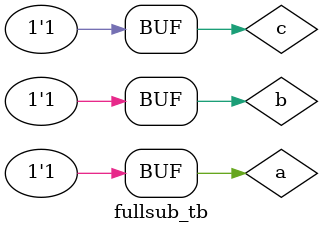
<source format=v>
module fullsub(a,b,c,di,bo);
  input a,b,c;
  output di,bo;
  assign di=a^b^c;
  assign bo=~a&b|~a&c|b&c;
endmodule

// Test bench code Full subtractor
module fullsub_tb();
  reg a,b,c;
  wire di,bo;
  fullsub duv (.a(a),.b(b),.c(c),.di(di),.bo(bo));
  initial
    begin
      $dumpfile("test.vcd");
      $dumpvars;
      a=0; b=0; c=0; #10;
      a=0; b=0; c=1; #10;
      a=0; b=1; c=0; #10;
      a=0; b=1; c=1; #10;
      a=1; b=0; c=0; #10;
      a=1; b=0; c=1; #10;
      a=1; b=1; c=0; #10;
      a=1; b=1; c=1; #10;
    end
  initial
    begin
      $monitor("time=%0t a=%b b=%b c=%b di=%b bo=%b",$time,a,b,c,di,bo);
    end
endmodule

      
  

</source>
